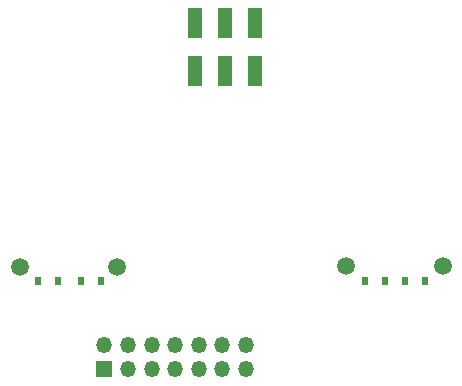
<source format=gbs>
G04 #@! TF.GenerationSoftware,KiCad,Pcbnew,5.0.0-rc2-be01b52~65~ubuntu16.04.1*
G04 #@! TF.CreationDate,2018-06-27T12:44:11+03:00*
G04 #@! TF.ProjectId,livolo_2_channels_1way_eu_switch,6C69766F6C6F5F325F6368616E6E656C,rev?*
G04 #@! TF.SameCoordinates,Original*
G04 #@! TF.FileFunction,Soldermask,Bot*
G04 #@! TF.FilePolarity,Negative*
%FSLAX46Y46*%
G04 Gerber Fmt 4.6, Leading zero omitted, Abs format (unit mm)*
G04 Created by KiCad (PCBNEW 5.0.0-rc2-be01b52~65~ubuntu16.04.1) date Wed Jun 27 12:44:11 2018*
%MOMM*%
%LPD*%
G01*
G04 APERTURE LIST*
%ADD10C,1.500000*%
%ADD11R,0.600000X0.800000*%
%ADD12O,1.350000X1.350000*%
%ADD13R,1.350000X1.350000*%
%ADD14R,1.270000X2.500000*%
G04 APERTURE END LIST*
D10*
G04 #@! TO.C,REF\002A\002A*
X152100000Y-100850000D03*
G04 #@! TD*
G04 #@! TO.C,REF\002A\002A*
X160300000Y-100850000D03*
G04 #@! TD*
G04 #@! TO.C,REF\002A\002A*
X132700000Y-100900000D03*
G04 #@! TD*
G04 #@! TO.C,REF\002A\002A*
X124500000Y-100900000D03*
G04 #@! TD*
D11*
G04 #@! TO.C,D3*
X131350000Y-102150000D03*
X129650000Y-102150000D03*
G04 #@! TD*
G04 #@! TO.C,D4*
X127700000Y-102150000D03*
X126000000Y-102150000D03*
G04 #@! TD*
G04 #@! TO.C,D5*
X157100000Y-102150000D03*
X158800000Y-102150000D03*
G04 #@! TD*
G04 #@! TO.C,D6*
X153750000Y-102150000D03*
X155450000Y-102150000D03*
G04 #@! TD*
D12*
G04 #@! TO.C,P4*
X143650000Y-107550000D03*
X143650000Y-109550000D03*
X141650000Y-107550000D03*
X141650000Y-109550000D03*
X139650000Y-107550000D03*
X139650000Y-109550000D03*
X137650000Y-107550000D03*
X137650000Y-109550000D03*
X135650000Y-107550000D03*
X135650000Y-109550000D03*
X133650000Y-107550000D03*
X133650000Y-109550000D03*
X131650000Y-107550000D03*
D13*
X131650000Y-109550000D03*
G04 #@! TD*
D14*
G04 #@! TO.C,J1*
X144400000Y-84300000D03*
X141900000Y-84300000D03*
X139360000Y-84300000D03*
X139360000Y-80300000D03*
X141900000Y-80300000D03*
X144440000Y-80300000D03*
G04 #@! TD*
M02*

</source>
